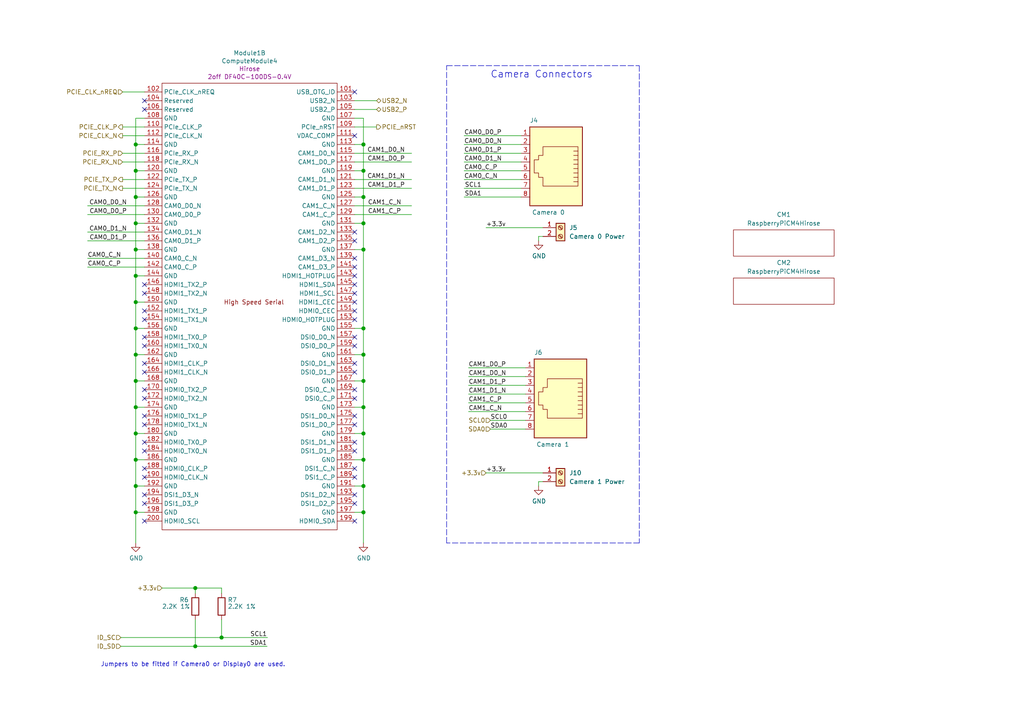
<source format=kicad_sch>
(kicad_sch (version 20210615) (generator eeschema)
  (paper "A4")
  (title_block (title "AP3000v3") (date "2020-10-27") (rev "1") (company "(c) ISis ImageStream Internet Solutions 2020") (comment 1 "www.imagestream.com"))
  (lib_symbols
    (symbol "AP3000:ComputeModule4-CM4"
      (property "Reference" "Module" (at 113.03 -68.58 0))
      (property "Value" "ComputeModule4-CM4" (at 140.97 2.54 0))
      (property "Field4" "Hirose" (at 0 0 0))
      (property "Field5" "2x DF40C-100DS-0.4V" (at 0 -2.54 0))
      (symbol "ComputeModule4-CM4_1_0"
        (text "GPIO" (at 0 6.35 0) (effects (font (size 1.27 1.27))))
      )
      (symbol "ComputeModule4-CM4_1_1"
        (text "600mA Max" (at -8.89 -53.34 0) (effects (font (size 1.27 1.27))))
        (text "600mA Max" (at -8.89 -48.26 0) (effects (font (size 1.27 1.27))))
        (text "NB SD signals are only available" (at -1.27 -27.94 0) (effects (font (size 1.27 1.27))))
        (text "on modules without eMMC" (at -1.27 -30.48 0) (effects (font (size 1.27 1.27))))
        (rectangle (start -30.48 -71.12) (end 25.4 58.42))
        (pin power_in line (at 27.94 55.88 180) (length 2.54) (name "GND") (number "1"))
        (pin passive line (at -33.02 45.72 0) (length 2.54) (name "Ethernet_Pair0_N") (number "10"))
        (pin output line (at -33.02 -68.58 0) (length 2.54) (name "nEXTRST") (number "100"))
        (pin passive line (at 27.94 43.18 180) (length 2.54) (name "Ethernet_Pair2_P") (number "11"))
        (pin passive line (at -33.02 43.18 0) (length 2.54) (name "Ethernet_Pair0_P") (number "12"))
        (pin power_in line (at 27.94 40.64 180) (length 2.54) (name "GND") (number "13"))
        (pin power_in line (at -33.02 40.64 0) (length 2.54) (name "GND") (number "14"))
        (pin output line (at 27.94 38.1 180) (length 2.54) (name "Ethernet_nLED3(3.3v)") (number "15"))
        (pin input line (at -33.02 38.1 0) (length 2.54) (name "Ethernet_SYNC_IN(1.8v)") (number "16"))
        (pin output line (at 27.94 35.56 180) (length 2.54) (name "Ethernet_nLED2(3.3v)") (number "17"))
        (pin input line (at -33.02 35.56 0) (length 2.54) (name "Ethernet_SYNC_OUT(1.8v)") (number "18"))
        (pin output line (at 27.94 33.02 180) (length 2.54) (name "Ethernet_nLED1(3.3v)") (number "19"))
        (pin power_in line (at -33.02 55.88 0) (length 2.54) (name "GND") (number "2"))
        (pin passive line (at -33.02 33.02 0) (length 2.54) (name "EEPROM_nWP") (number "20"))
        (pin open_collector line (at 27.94 30.48 180) (length 2.54) (name "PI_nLED_Activity") (number "21"))
        (pin power_in line (at -33.02 30.48 0) (length 2.54) (name "GND") (number "22"))
        (pin power_in line (at 27.94 27.94 180) (length 2.54) (name "GND") (number "23"))
        (pin passive line (at -33.02 27.94 0) (length 2.54) (name "GPIO26") (number "24"))
        (pin passive line (at 27.94 25.4 180) (length 2.54) (name "GPIO21") (number "25"))
        (pin passive line (at -33.02 25.4 0) (length 2.54) (name "GPIO19") (number "26"))
        (pin passive line (at 27.94 22.86 180) (length 2.54) (name "GPIO20") (number "27"))
        (pin passive line (at -33.02 22.86 0) (length 2.54) (name "GPIO13") (number "28"))
        (pin passive line (at 27.94 20.32 180) (length 2.54) (name "GPIO16") (number "29"))
        (pin passive line (at 27.94 53.34 180) (length 2.54) (name "Ethernet_Pair3_P") (number "3"))
        (pin passive line (at -33.02 20.32 0) (length 2.54) (name "GPIO6") (number "30"))
        (pin passive line (at 27.94 17.78 180) (length 2.54) (name "GPIO12") (number "31"))
        (pin power_in line (at -33.02 17.78 0) (length 2.54) (name "GND") (number "32"))
        (pin power_in line (at 27.94 15.24 180) (length 2.54) (name "GND") (number "33"))
        (pin passive line (at -33.02 15.24 0) (length 2.54) (name "GPIO5") (number "34"))
        (pin passive line (at 27.94 12.7 180) (length 2.54) (name "ID_SC") (number "35"))
        (pin passive line (at -33.02 12.7 0) (length 2.54) (name "ID_SD") (number "36"))
        (pin passive line (at 27.94 10.16 180) (length 2.54) (name "GPIO7") (number "37"))
        (pin passive line (at -33.02 10.16 0) (length 2.54) (name "GPIO11") (number "38"))
        (pin passive line (at 27.94 7.62 180) (length 2.54) (name "GPIO8") (number "39"))
        (pin passive line (at -33.02 53.34 0) (length 2.54) (name "Ethernet_Pair1_P") (number "4"))
        (pin passive line (at -33.02 7.62 0) (length 2.54) (name "GPIO9") (number "40"))
        (pin passive line (at 27.94 5.08 180) (length 2.54) (name "GPIO25") (number "41"))
        (pin power_in line (at -33.02 5.08 0) (length 2.54) (name "GND") (number "42"))
        (pin power_in line (at 27.94 2.54 180) (length 2.54) (name "GND") (number "43"))
        (pin passive line (at -33.02 2.54 0) (length 2.54) (name "GPIO10") (number "44"))
        (pin passive line (at 27.94 0 180) (length 2.54) (name "GPIO24") (number "45"))
        (pin passive line (at -33.02 0 0) (length 2.54) (name "GPIO22") (number "46"))
        (pin passive line (at 27.94 -2.54 180) (length 2.54) (name "GPIO23") (number "47"))
        (pin passive line (at -33.02 -2.54 0) (length 2.54) (name "GPIO27") (number "48"))
        (pin passive line (at 27.94 -5.08 180) (length 2.54) (name "GPIO18") (number "49"))
        (pin passive line (at 27.94 50.8 180) (length 2.54) (name "Ethernet_Pair3_N") (number "5"))
        (pin passive line (at -33.02 -5.08 0) (length 2.54) (name "GPIO17") (number "50"))
        (pin passive line (at 27.94 -7.62 180) (length 2.54) (name "GPIO15") (number "51"))
        (pin power_in line (at -33.02 -7.62 0) (length 2.54) (name "GND") (number "52"))
        (pin power_in line (at 27.94 -10.16 180) (length 2.54) (name "GND") (number "53"))
        (pin passive line (at -33.02 -10.16 0) (length 2.54) (name "GPIO4") (number "54"))
        (pin passive line (at 27.94 -12.7 180) (length 2.54) (name "GPIO14") (number "55"))
        (pin passive line (at -33.02 -12.7 0) (length 2.54) (name "GPIO3") (number "56"))
        (pin passive line (at 27.94 -15.24 180) (length 2.54) (name "SD_CLK") (number "57"))
        (pin passive line (at -33.02 -15.24 0) (length 2.54) (name "GPIO2") (number "58"))
        (pin power_in line (at 27.94 -17.78 180) (length 2.54) (name "GND") (number "59"))
        (pin passive line (at -33.02 50.8 0) (length 2.54) (name "Ethernet_Pair1_N") (number "6"))
        (pin power_in line (at -33.02 -17.78 0) (length 2.54) (name "GND") (number "60"))
        (pin passive line (at 27.94 -20.32 180) (length 2.54) (name "SD_DAT3") (number "61"))
        (pin passive line (at -33.02 -20.32 0) (length 2.54) (name "SD_CMD") (number "62"))
        (pin passive line (at 27.94 -22.86 180) (length 2.54) (name "SD_DAT0") (number "63"))
        (pin passive line (at -33.02 -22.86 0) (length 2.54) (name "SD_DAT5") (number "64"))
        (pin power_in line (at 27.94 -25.4 180) (length 2.54) (name "GND") (number "65"))
        (pin power_in line (at -33.02 -25.4 0) (length 2.54) (name "GND") (number "66"))
        (pin passive line (at 27.94 -27.94 180) (length 2.54) (name "SD_DAT1") (number "67"))
        (pin passive line (at -33.02 -27.94 0) (length 2.54) (name "SD_DAT4") (number "68"))
        (pin passive line (at 27.94 -30.48 180) (length 2.54) (name "SD_DAT2") (number "69"))
        (pin power_in line (at 27.94 48.26 180) (length 2.54) (name "GND") (number "7"))
        (pin passive line (at -33.02 -30.48 0) (length 2.54) (name "SD_DAT7") (number "70"))
        (pin power_in line (at 27.94 -33.02 180) (length 2.54) (name "GND") (number "71"))
        (pin passive line (at -33.02 -33.02 0) (length 2.54) (name "SD_DAT6") (number "72"))
        (pin input line (at 27.94 -35.56 180) (length 2.54) (name "SD_VDD_Override") (number "73"))
        (pin power_in line (at -33.02 -35.56 0) (length 2.54) (name "GND") (number "74"))
        (pin output line (at 27.94 -38.1 180) (length 2.54) (name "SD_PWR_ON") (number "75"))
        (pin passive line (at -33.02 -38.1 0) (length 2.54) (name "Reserved") (number "76"))
        (pin power_in line (at 27.94 -40.64 180) (length 2.54) (name "+5v_(Input)") (number "77"))
        (pin power_in line (at -33.02 -40.64 0) (length 2.54) (name "GPIO_VREF(1.8v/3.3v_Input)") (number "78"))
        (pin power_in line (at 27.94 -43.18 180) (length 2.54) (name "+5v_(Input)") (number "79"))
        (pin power_in line (at -33.02 48.26 0) (length 2.54) (name "GND") (number "8"))
        (pin passive line (at -33.02 -43.18 0) (length 2.54) (name "SCL0") (number "80"))
        (pin power_in line (at 27.94 -45.72 180) (length 2.54) (name "+5v_(Input)") (number "81"))
        (pin passive line (at -33.02 -45.72 0) (length 2.54) (name "SDA0") (number "82"))
        (pin power_in line (at 27.94 -48.26 180) (length 2.54) (name "+5v_(Input)") (number "83"))
        (pin power_out line (at -33.02 -48.26 0) (length 2.54) (name "+3.3v_(Output)") (number "84"))
        (pin power_in line (at 27.94 -50.8 180) (length 2.54) (name "+5v_(Input)") (number "85"))
        (pin power_out line (at -33.02 -50.8 0) (length 2.54) (name "+3.3v_(Output)") (number "86"))
        (pin power_in line (at 27.94 -53.34 180) (length 2.54) (name "+5v_(Input)") (number "87"))
        (pin power_out line (at -33.02 -53.34 0) (length 2.54) (name "+1.8v_(Output)") (number "88"))
        (pin power_in line (at 27.94 -55.88 180) (length 2.54) (name "WiFi_nDisable") (number "89"))
        (pin passive line (at 27.94 45.72 180) (length 2.54) (name "Ethernet_Pair2_N") (number "9"))
        (pin power_out line (at -33.02 -55.88 0) (length 2.54) (name "+1.8v_(Output)") (number "90"))
        (pin power_in line (at 27.94 -58.42 180) (length 2.54) (name "BT_nDisable") (number "91"))
        (pin passive line (at -33.02 -58.42 0) (length 2.54) (name "RUN_PG") (number "92"))
        (pin input line (at 27.94 -60.96 180) (length 2.54) (name "nRPIBOOT") (number "93"))
        (pin passive line (at -33.02 -60.96 0) (length 2.54) (name "AnalogIP0") (number "94"))
        (pin output line (at 27.94 -63.5 180) (length 2.54) (name "nPI_LED_PWR") (number "95"))
        (pin passive line (at -33.02 -63.5 0) (length 2.54) (name "AnalogIP1") (number "96"))
        (pin passive line (at 27.94 -66.04 180) (length 2.54) (name "Camera_GPIO") (number "97"))
        (pin power_in line (at -33.02 -66.04 0) (length 2.54) (name "GND") (number "98"))
        (pin input line (at 27.94 -68.58 180) (length 2.54) (name "Global_EN") (number "99"))
      )
      (symbol "ComputeModule4-CM4_2_1"
        (text "High Speed Serial" (at 140.97 0 0) (effects (font (size 1.27 1.27))))
        (rectangle (start 114.3 -66.04) (end 165.1 63.5))
        (pin input line (at 170.18 60.96 180) (length 5.08) (name "USB_OTG_ID") (number "101"))
        (pin input line (at 109.22 60.96 0) (length 5.08) (name "PCIe_CLK_nREQ") (number "102"))
        (pin passive line (at 170.18 58.42 180) (length 5.08) (name "USB2_N") (number "103"))
        (pin passive line (at 109.22 58.42 0) (length 5.08) (name "Reserved") (number "104"))
        (pin passive line (at 170.18 55.88 180) (length 5.08) (name "USB2_P") (number "105"))
        (pin passive line (at 109.22 55.88 0) (length 5.08) (name "Reserved") (number "106"))
        (pin power_in line (at 170.18 53.34 180) (length 5.08) (name "GND") (number "107"))
        (pin power_in line (at 109.22 53.34 0) (length 5.08) (name "GND") (number "108"))
        (pin bidirectional line (at 170.18 50.8 180) (length 5.08) (name "PCIe_nRST") (number "109"))
        (pin output line (at 109.22 50.8 0) (length 5.08) (name "PCIe_CLK_P") (number "110"))
        (pin passive line (at 170.18 48.26 180) (length 5.08) (name "VDAC_COMP") (number "111"))
        (pin output line (at 109.22 48.26 0) (length 5.08) (name "PCIe_CLK_N") (number "112"))
        (pin power_in line (at 170.18 45.72 180) (length 5.08) (name "GND") (number "113"))
        (pin power_in line (at 109.22 45.72 0) (length 5.08) (name "GND") (number "114"))
        (pin input line (at 170.18 43.18 180) (length 5.08) (name "CAM1_D0_N") (number "115"))
        (pin input line (at 109.22 43.18 0) (length 5.08) (name "PCIe_RX_P") (number "116"))
        (pin input line (at 170.18 40.64 180) (length 5.08) (name "CAM1_D0_P") (number "117"))
        (pin input line (at 109.22 40.64 0) (length 5.08) (name "PCIe_RX_N") (number "118"))
        (pin power_in line (at 170.18 38.1 180) (length 5.08) (name "GND") (number "119"))
        (pin power_in line (at 109.22 38.1 0) (length 5.08) (name "GND") (number "120"))
        (pin input line (at 170.18 35.56 180) (length 5.08) (name "CAM1_D1_N") (number "121"))
        (pin output line (at 109.22 35.56 0) (length 5.08) (name "PCIe_TX_P") (number "122"))
        (pin input line (at 170.18 33.02 180) (length 5.08) (name "CAM1_D1_P") (number "123"))
        (pin output line (at 109.22 33.02 0) (length 5.08) (name "PCIe_TX_N") (number "124"))
        (pin power_in line (at 170.18 30.48 180) (length 5.08) (name "GND") (number "125"))
        (pin power_in line (at 109.22 30.48 0) (length 5.08) (name "GND") (number "126"))
        (pin input line (at 170.18 27.94 180) (length 5.08) (name "CAM1_C_N") (number "127"))
        (pin input line (at 109.22 27.94 0) (length 5.08) (name "CAM0_D0_N") (number "128"))
        (pin input line (at 170.18 25.4 180) (length 5.08) (name "CAM1_C_P") (number "129"))
        (pin input line (at 109.22 25.4 0) (length 5.08) (name "CAM0_D0_P") (number "130"))
        (pin power_in line (at 170.18 22.86 180) (length 5.08) (name "GND") (number "131"))
        (pin power_in line (at 109.22 22.86 0) (length 5.08) (name "GND") (number "132"))
        (pin input line (at 170.18 20.32 180) (length 5.08) (name "CAM1_D2_N") (number "133"))
        (pin input line (at 109.22 20.32 0) (length 5.08) (name "CAM0_D1_N") (number "134"))
        (pin input line (at 170.18 17.78 180) (length 5.08) (name "CAM1_D2_P") (number "135"))
        (pin input line (at 109.22 17.78 0) (length 5.08) (name "CAM0_D1_P") (number "136"))
        (pin power_in line (at 170.18 15.24 180) (length 5.08) (name "GND") (number "137"))
        (pin power_in line (at 109.22 15.24 0) (length 5.08) (name "GND") (number "138"))
        (pin input line (at 170.18 12.7 180) (length 5.08) (name "CAM1_D3_N") (number "139"))
        (pin input line (at 109.22 12.7 0) (length 5.08) (name "CAM0_C_N") (number "140"))
        (pin input line (at 170.18 10.16 180) (length 5.08) (name "CAM1_D3_P") (number "141"))
        (pin input line (at 109.22 10.16 0) (length 5.08) (name "CAM0_C_P") (number "142"))
        (pin input line (at 170.18 7.62 180) (length 5.08) (name "HDMI1_HOTPLUG") (number "143"))
        (pin power_in line (at 109.22 7.62 0) (length 5.08) (name "GND") (number "144"))
        (pin bidirectional line (at 170.18 5.08 180) (length 5.08) (name "HDMI1_SDA") (number "145"))
        (pin output line (at 109.22 5.08 0) (length 5.08) (name "HDMI1_TX2_P") (number "146"))
        (pin open_collector line (at 170.18 2.54 180) (length 5.08) (name "HDMI1_SCL") (number "147"))
        (pin output line (at 109.22 2.54 0) (length 5.08) (name "HDMI1_TX2_N") (number "148"))
        (pin open_collector line (at 170.18 0 180) (length 5.08) (name "HDMI1_CEC") (number "149"))
        (pin power_in line (at 109.22 0 0) (length 5.08) (name "GND") (number "150"))
        (pin open_collector line (at 170.18 -2.54 180) (length 5.08) (name "HDMI0_CEC") (number "151"))
        (pin output line (at 109.22 -2.54 0) (length 5.08) (name "HDMI1_TX1_P") (number "152"))
        (pin input line (at 170.18 -5.08 180) (length 5.08) (name "HDMI0_HOTPLUG") (number "153"))
        (pin output line (at 109.22 -5.08 0) (length 5.08) (name "HDMI1_TX1_N") (number "154"))
        (pin power_in line (at 170.18 -7.62 180) (length 5.08) (name "GND") (number "155"))
        (pin power_in line (at 109.22 -7.62 0) (length 5.08) (name "GND") (number "156"))
        (pin output line (at 170.18 -10.16 180) (length 5.08) (name "DSI0_D0_N") (number "157"))
        (pin output line (at 109.22 -10.16 0) (length 5.08) (name "HDMI1_TX0_P") (number "158"))
        (pin output line (at 170.18 -12.7 180) (length 5.08) (name "DSI0_D0_P") (number "159"))
        (pin output line (at 109.22 -12.7 0) (length 5.08) (name "HDMI1_TX0_N") (number "160"))
        (pin power_in line (at 170.18 -15.24 180) (length 5.08) (name "GND") (number "161"))
        (pin power_in line (at 109.22 -15.24 0) (length 5.08) (name "GND") (number "162"))
        (pin output line (at 170.18 -17.78 180) (length 5.08) (name "DSI0_D1_N") (number "163"))
        (pin output line (at 109.22 -17.78 0) (length 5.08) (name "HDMI1_CLK_P") (number "164"))
        (pin output line (at 170.18 -20.32 180) (length 5.08) (name "DSI0_D1_P") (number "165"))
        (pin output line (at 109.22 -20.32 0) (length 5.08) (name "HDMI1_CLK_N") (number "166"))
        (pin power_in line (at 170.18 -22.86 180) (length 5.08) (name "GND") (number "167"))
        (pin power_in line (at 109.22 -22.86 0) (length 5.08) (name "GND") (number "168"))
        (pin output line (at 170.18 -25.4 180) (length 5.08) (name "DSI0_C_N") (number "169"))
        (pin output line (at 109.22 -25.4 0) (length 5.08) (name "HDMI0_TX2_P") (number "170"))
        (pin output line (at 170.18 -27.94 180) (length 5.08) (name "DSI0_C_P") (number "171"))
        (pin output line (at 109.22 -27.94 0) (length 5.08) (name "HDMI0_TX2_N") (number "172"))
        (pin power_in line (at 170.18 -30.48 180) (length 5.08) (name "GND") (number "173"))
        (pin power_in line (at 109.22 -30.48 0) (length 5.08) (name "GND") (number "174"))
        (pin output line (at 170.18 -33.02 180) (length 5.08) (name "DSI1_D0_N") (number "175"))
        (pin output line (at 109.22 -33.02 0) (length 5.08) (name "HDMI0_TX1_P") (number "176"))
        (pin output line (at 170.18 -35.56 180) (length 5.08) (name "DSI1_D0_P") (number "177"))
        (pin output line (at 109.22 -35.56 0) (length 5.08) (name "HDMI0_TX1_N") (number "178"))
        (pin power_in line (at 170.18 -38.1 180) (length 5.08) (name "GND") (number "179"))
        (pin power_in line (at 109.22 -38.1 0) (length 5.08) (name "GND") (number "180"))
        (pin output line (at 170.18 -40.64 180) (length 5.08) (name "DSI1_D1_N") (number "181"))
        (pin output line (at 109.22 -40.64 0) (length 5.08) (name "HDMI0_TX0_P") (number "182"))
        (pin output line (at 170.18 -43.18 180) (length 5.08) (name "DSI1_D1_P") (number "183"))
        (pin output line (at 109.22 -43.18 0) (length 5.08) (name "HDMI0_TX0_N") (number "184"))
        (pin power_in line (at 170.18 -45.72 180) (length 5.08) (name "GND") (number "185"))
        (pin power_in line (at 109.22 -45.72 0) (length 5.08) (name "GND") (number "186"))
        (pin output line (at 170.18 -48.26 180) (length 5.08) (name "DSI1_C_N") (number "187"))
        (pin output line (at 109.22 -48.26 0) (length 5.08) (name "HDMI0_CLK_P") (number "188"))
        (pin output line (at 170.18 -50.8 180) (length 5.08) (name "DSI1_C_P") (number "189"))
        (pin output line (at 109.22 -50.8 0) (length 5.08) (name "HDMI0_CLK_N") (number "190"))
        (pin power_in line (at 170.18 -53.34 180) (length 5.08) (name "GND") (number "191"))
        (pin power_in line (at 109.22 -53.34 0) (length 5.08) (name "GND") (number "192"))
        (pin output line (at 170.18 -55.88 180) (length 5.08) (name "DSI1_D2_N") (number "193"))
        (pin output line (at 109.22 -55.88 0) (length 5.08) (name "DSI1_D3_N") (number "194"))
        (pin output line (at 170.18 -58.42 180) (length 5.08) (name "DSI1_D2_P") (number "195"))
        (pin output line (at 109.22 -58.42 0) (length 5.08) (name "DSI1_D3_P") (number "196"))
        (pin power_in line (at 170.18 -60.96 180) (length 5.08) (name "GND") (number "197"))
        (pin power_in line (at 109.22 -60.96 0) (length 5.08) (name "GND") (number "198"))
        (pin bidirectional line (at 170.18 -63.5 180) (length 5.08) (name "HDMI0_SDA") (number "199"))
        (pin open_collector line (at 109.22 -63.5 0) (length 5.08) (name "HDMI0_SCL") (number "200"))
      )
    )
    (symbol "AP3000:RaspberryPiCM4Hirose"
      (property "Reference" "CM" (at 0 0 0))
      (property "Value" "RaspberryPiCM4Hirose" (at 0 0 0))
      (symbol "RaspberryPiCM4Hirose_0_1"
        (rectangle (start -11.43 3.81) (end 17.78 -3.81) (stroke (width 0.1524)))
      )
    )
    (symbol "Connector:RJ45" (pin_names (offset 1.016))
      (property "Reference" "J" (at -5.08 13.97 0))
      (property "Value" "RJ45" (at 2.54 13.97 0))
      (symbol "RJ45_0_1"
        (rectangle (start 7.62 12.7) (end -7.62 -10.16) (stroke (width 0.254)) (fill (type background)))
        (polyline (pts (xy -5.08 4.445) (xy -6.35 4.445)))
        (polyline (pts (xy -5.08 5.715) (xy -6.35 5.715)))
        (polyline (pts (xy -6.35 -3.175) (xy -5.08 -3.175) (xy -5.08 -3.175)))
        (polyline (pts (xy -6.35 -1.905) (xy -5.08 -1.905) (xy -5.08 -1.905)))
        (polyline (pts (xy -6.35 -0.635) (xy -5.08 -0.635) (xy -5.08 -0.635)))
        (polyline (pts (xy -6.35 0.635) (xy -5.08 0.635) (xy -5.08 0.635)))
        (polyline (pts (xy -6.35 1.905) (xy -5.08 1.905) (xy -5.08 1.905)))
        (polyline (pts (xy -5.08 3.175) (xy -6.35 3.175) (xy -6.35 3.175)))
        (polyline (pts (xy -6.35 -4.445) (xy -6.35 6.985) (xy 3.81 6.985) (xy 3.81 4.445) (xy 5.08 4.445) (xy 5.08 3.175) (xy 6.35 3.175) (xy 6.35 -0.635) (xy 5.08 -0.635) (xy 5.08 -1.905) (xy 3.81 -1.905) (xy 3.81 -4.445) (xy -6.35 -4.445) (xy -6.35 -4.445)))
      )
      (symbol "RJ45_1_1"
        (pin passive line (at 10.16 -7.62 180) (length 2.54) (name "~") (number "1"))
        (pin passive line (at 10.16 -5.08 180) (length 2.54) (name "~") (number "2"))
        (pin passive line (at 10.16 -2.54 180) (length 2.54) (name "~") (number "3"))
        (pin passive line (at 10.16 0 180) (length 2.54) (name "~") (number "4"))
        (pin passive line (at 10.16 2.54 180) (length 2.54) (name "~") (number "5"))
        (pin passive line (at 10.16 5.08 180) (length 2.54) (name "~") (number "6"))
        (pin passive line (at 10.16 7.62 180) (length 2.54) (name "~") (number "7"))
        (pin passive line (at 10.16 10.16 180) (length 2.54) (name "~") (number "8"))
      )
    )
    (symbol "Connector:Screw_Terminal_01x02" (pin_names (offset 1.016) hide)
      (property "Reference" "J" (at 0 2.54 0))
      (property "Value" "Screw_Terminal_01x02" (at 0 -5.08 0))
      (symbol "Screw_Terminal_01x02_1_1"
        (circle (center 0 -2.54) (radius 0.635) (stroke (width 0.1524)))
        (circle (center 0 0) (radius 0.635) (stroke (width 0.1524)))
        (rectangle (start -1.27 1.27) (end 1.27 -3.81) (stroke (width 0.254)) (fill (type background)))
        (polyline (pts (xy -0.5334 -2.2098) (xy 0.3302 -3.048)) (stroke (width 0.1524)))
        (polyline (pts (xy -0.5334 0.3302) (xy 0.3302 -0.508)) (stroke (width 0.1524)))
        (polyline (pts (xy -0.3556 -2.032) (xy 0.508 -2.8702)) (stroke (width 0.1524)))
        (polyline (pts (xy -0.3556 0.508) (xy 0.508 -0.3302)) (stroke (width 0.1524)))
        (pin passive line (at -5.08 0 0) (length 3.81) (name "Pin_1") (number "1"))
        (pin passive line (at -5.08 -2.54 0) (length 3.81) (name "Pin_2") (number "2"))
      )
    )
    (symbol "Device:R" (pin_numbers hide) (pin_names (offset 0))
      (property "Reference" "R" (at 2.032 0 90))
      (property "Value" "R" (at 0 0 90))
      (symbol "R_0_1"
        (rectangle (start -1.016 -2.54) (end 1.016 2.54) (stroke (width 0.254)))
      )
      (symbol "R_1_1"
        (pin passive line (at 0 3.81 270) (length 1.27) (name "~") (number "1"))
        (pin passive line (at 0 -3.81 90) (length 1.27) (name "~") (number "2"))
      )
    )
    (symbol "power:GND" (power) (pin_names (offset 0))
      (property "Value" "GND" (at 0 -3.81 0))
      (symbol "GND_0_1"
        (polyline (pts (xy 0 0) (xy 0 -1.27) (xy 1.27 -1.27) (xy 0 -2.54) (xy -1.27 -1.27) (xy 0 -1.27)))
      )
      (symbol "GND_1_1"
        (pin power_in line (at 0 0 270) (length 0) hide (name "GND") (number "1"))
      )
    )
  )
  (junction (at 39.37 41.91) (diameter 1.016))
  (junction (at 39.37 49.53) (diameter 1.016))
  (junction (at 39.37 57.15) (diameter 1.016))
  (junction (at 39.37 64.77) (diameter 1.016))
  (junction (at 39.37 72.39) (diameter 1.016))
  (junction (at 39.37 80.01) (diameter 1.016))
  (junction (at 39.37 87.63) (diameter 1.016))
  (junction (at 39.37 95.25) (diameter 1.016))
  (junction (at 39.37 102.87) (diameter 1.016))
  (junction (at 39.37 110.49) (diameter 1.016))
  (junction (at 39.37 118.11) (diameter 1.016))
  (junction (at 39.37 125.73) (diameter 1.016))
  (junction (at 39.37 133.35) (diameter 1.016))
  (junction (at 39.37 140.97) (diameter 1.016))
  (junction (at 39.37 148.59) (diameter 1.016))
  (junction (at 56.642 170.561) (diameter 1.016))
  (junction (at 56.642 187.452) (diameter 1.016))
  (junction (at 64.262 184.912) (diameter 1.016))
  (junction (at 105.41 41.91) (diameter 1.016))
  (junction (at 105.41 49.53) (diameter 1.016))
  (junction (at 105.41 57.15) (diameter 1.016))
  (junction (at 105.41 64.77) (diameter 1.016))
  (junction (at 105.41 72.39) (diameter 1.016))
  (junction (at 105.41 95.25) (diameter 1.016))
  (junction (at 105.41 102.87) (diameter 1.016))
  (junction (at 105.41 110.49) (diameter 1.016))
  (junction (at 105.41 118.11) (diameter 1.016))
  (junction (at 105.41 125.73) (diameter 1.016))
  (junction (at 105.41 133.35) (diameter 1.016))
  (junction (at 105.41 140.97) (diameter 1.016))
  (junction (at 105.41 148.59) (diameter 1.016))
  (no_connect (at 41.91 29.21))
  (no_connect (at 41.91 31.75))
  (no_connect (at 41.91 82.55))
  (no_connect (at 41.91 85.09))
  (no_connect (at 41.91 90.17))
  (no_connect (at 41.91 92.71))
  (no_connect (at 41.91 97.79))
  (no_connect (at 41.91 100.33))
  (no_connect (at 41.91 105.41))
  (no_connect (at 41.91 107.95))
  (no_connect (at 41.91 113.03))
  (no_connect (at 41.91 115.57))
  (no_connect (at 41.91 120.65))
  (no_connect (at 41.91 123.19))
  (no_connect (at 41.91 128.27))
  (no_connect (at 41.91 130.81))
  (no_connect (at 41.91 135.89))
  (no_connect (at 41.91 138.43))
  (no_connect (at 41.91 143.51))
  (no_connect (at 41.91 146.05))
  (no_connect (at 41.91 151.13))
  (no_connect (at 102.87 26.67))
  (no_connect (at 102.87 39.37))
  (no_connect (at 102.87 67.31))
  (no_connect (at 102.87 69.85))
  (no_connect (at 102.87 74.93))
  (no_connect (at 102.87 77.47))
  (no_connect (at 102.87 80.01))
  (no_connect (at 102.87 82.55))
  (no_connect (at 102.87 85.09))
  (no_connect (at 102.87 87.63))
  (no_connect (at 102.87 90.17))
  (no_connect (at 102.87 92.71))
  (no_connect (at 102.87 97.79))
  (no_connect (at 102.87 100.33))
  (no_connect (at 102.87 105.41))
  (no_connect (at 102.87 107.95))
  (no_connect (at 102.87 113.03))
  (no_connect (at 102.87 115.57))
  (no_connect (at 102.87 120.65))
  (no_connect (at 102.87 123.19))
  (no_connect (at 102.87 128.27))
  (no_connect (at 102.87 130.81))
  (no_connect (at 102.87 135.89))
  (no_connect (at 102.87 138.43))
  (no_connect (at 102.87 143.51))
  (no_connect (at 102.87 146.05))
  (no_connect (at 102.87 151.13))
  (wire (pts (xy 25.4 74.93) (xy 41.91 74.93)))
  (wire (pts (xy 25.4 77.47) (xy 41.91 77.47)))
  (wire (pts (xy 35.052 184.912) (xy 64.262 184.912)))
  (wire (pts (xy 35.052 187.452) (xy 56.642 187.452)))
  (wire (pts (xy 35.56 26.67) (xy 41.91 26.67)))
  (wire (pts (xy 35.56 36.83) (xy 41.91 36.83)))
  (wire (pts (xy 35.56 39.37) (xy 41.91 39.37)))
  (wire (pts (xy 35.56 52.07) (xy 41.91 52.07)))
  (wire (pts (xy 35.56 54.61) (xy 41.91 54.61)))
  (wire (pts (xy 39.37 34.29) (xy 39.37 41.91)))
  (wire (pts (xy 39.37 41.91) (xy 39.37 49.53)))
  (wire (pts (xy 39.37 41.91) (xy 41.91 41.91)))
  (wire (pts (xy 39.37 49.53) (xy 39.37 57.15)))
  (wire (pts (xy 39.37 49.53) (xy 41.91 49.53)))
  (wire (pts (xy 39.37 57.15) (xy 39.37 64.77)))
  (wire (pts (xy 39.37 57.15) (xy 41.91 57.15)))
  (wire (pts (xy 39.37 64.77) (xy 39.37 72.39)))
  (wire (pts (xy 39.37 64.77) (xy 41.91 64.77)))
  (wire (pts (xy 39.37 72.39) (xy 39.37 80.01)))
  (wire (pts (xy 39.37 72.39) (xy 41.91 72.39)))
  (wire (pts (xy 39.37 80.01) (xy 39.37 87.63)))
  (wire (pts (xy 39.37 80.01) (xy 41.91 80.01)))
  (wire (pts (xy 39.37 87.63) (xy 39.37 95.25)))
  (wire (pts (xy 39.37 87.63) (xy 41.91 87.63)))
  (wire (pts (xy 39.37 95.25) (xy 39.37 102.87)))
  (wire (pts (xy 39.37 95.25) (xy 41.91 95.25)))
  (wire (pts (xy 39.37 102.87) (xy 39.37 110.49)))
  (wire (pts (xy 39.37 102.87) (xy 41.91 102.87)))
  (wire (pts (xy 39.37 110.49) (xy 39.37 118.11)))
  (wire (pts (xy 39.37 110.49) (xy 41.91 110.49)))
  (wire (pts (xy 39.37 118.11) (xy 39.37 125.73)))
  (wire (pts (xy 39.37 118.11) (xy 41.91 118.11)))
  (wire (pts (xy 39.37 125.73) (xy 39.37 133.35)))
  (wire (pts (xy 39.37 125.73) (xy 41.91 125.73)))
  (wire (pts (xy 39.37 133.35) (xy 39.37 140.97)))
  (wire (pts (xy 39.37 133.35) (xy 41.91 133.35)))
  (wire (pts (xy 39.37 140.97) (xy 39.37 148.59)))
  (wire (pts (xy 39.37 148.59) (xy 39.37 157.48)))
  (wire (pts (xy 41.91 34.29) (xy 39.37 34.29)))
  (wire (pts (xy 41.91 44.45) (xy 35.56 44.45)))
  (wire (pts (xy 41.91 46.99) (xy 35.56 46.99)))
  (wire (pts (xy 41.91 59.69) (xy 25.4 59.69)))
  (wire (pts (xy 41.91 62.23) (xy 25.4 62.23)))
  (wire (pts (xy 41.91 67.31) (xy 25.4 67.31)))
  (wire (pts (xy 41.91 69.85) (xy 25.4 69.85)))
  (wire (pts (xy 41.91 140.97) (xy 39.37 140.97)))
  (wire (pts (xy 41.91 148.59) (xy 39.37 148.59)))
  (wire (pts (xy 46.99 170.561) (xy 56.642 170.561)))
  (wire (pts (xy 56.642 170.561) (xy 56.642 172.085)))
  (wire (pts (xy 56.642 170.561) (xy 64.262 170.561)))
  (wire (pts (xy 56.642 179.705) (xy 56.642 187.452)))
  (wire (pts (xy 56.642 187.452) (xy 77.47 187.452)))
  (wire (pts (xy 64.262 170.561) (xy 64.262 172.085)))
  (wire (pts (xy 64.262 179.705) (xy 64.262 184.912)))
  (wire (pts (xy 64.262 184.912) (xy 77.597 184.912)))
  (wire (pts (xy 102.87 29.21) (xy 109.22 29.21)))
  (wire (pts (xy 102.87 31.75) (xy 109.22 31.75)))
  (wire (pts (xy 102.87 36.83) (xy 109.22 36.83)))
  (wire (pts (xy 102.87 41.91) (xy 105.41 41.91)))
  (wire (pts (xy 102.87 49.53) (xy 105.41 49.53)))
  (wire (pts (xy 102.87 57.15) (xy 105.41 57.15)))
  (wire (pts (xy 102.87 59.69) (xy 119.38 59.69)))
  (wire (pts (xy 102.87 62.23) (xy 119.38 62.23)))
  (wire (pts (xy 102.87 64.77) (xy 105.41 64.77)))
  (wire (pts (xy 102.87 72.39) (xy 105.41 72.39)))
  (wire (pts (xy 102.87 95.25) (xy 105.41 95.25)))
  (wire (pts (xy 102.87 102.87) (xy 105.41 102.87)))
  (wire (pts (xy 102.87 110.49) (xy 105.41 110.49)))
  (wire (pts (xy 102.87 118.11) (xy 105.41 118.11)))
  (wire (pts (xy 102.87 125.73) (xy 105.41 125.73)))
  (wire (pts (xy 102.87 133.35) (xy 105.41 133.35)))
  (wire (pts (xy 102.87 140.97) (xy 105.41 140.97)))
  (wire (pts (xy 102.87 148.59) (xy 105.41 148.59)))
  (wire (pts (xy 105.41 34.29) (xy 102.87 34.29)))
  (wire (pts (xy 105.41 41.91) (xy 105.41 34.29)))
  (wire (pts (xy 105.41 49.53) (xy 105.41 41.91)))
  (wire (pts (xy 105.41 57.15) (xy 105.41 49.53)))
  (wire (pts (xy 105.41 64.77) (xy 105.41 57.15)))
  (wire (pts (xy 105.41 72.39) (xy 105.41 64.77)))
  (wire (pts (xy 105.41 72.39) (xy 105.41 95.25)))
  (wire (pts (xy 105.41 95.25) (xy 105.41 102.87)))
  (wire (pts (xy 105.41 102.87) (xy 105.41 110.49)))
  (wire (pts (xy 105.41 110.49) (xy 105.41 118.11)))
  (wire (pts (xy 105.41 118.11) (xy 105.41 125.73)))
  (wire (pts (xy 105.41 125.73) (xy 105.41 133.35)))
  (wire (pts (xy 105.41 133.35) (xy 105.41 140.97)))
  (wire (pts (xy 105.41 140.97) (xy 105.41 148.59)))
  (wire (pts (xy 105.41 148.59) (xy 105.41 157.48)))
  (wire (pts (xy 119.38 44.45) (xy 102.87 44.45)))
  (wire (pts (xy 119.38 46.99) (xy 102.87 46.99)))
  (wire (pts (xy 119.38 52.07) (xy 102.87 52.07)))
  (wire (pts (xy 119.38 54.61) (xy 102.87 54.61)))
  (wire (pts (xy 134.62 39.37) (xy 151.13 39.37)))
  (wire (pts (xy 134.62 41.91) (xy 151.13 41.91)))
  (wire (pts (xy 134.62 44.45) (xy 151.13 44.45)))
  (wire (pts (xy 134.62 46.99) (xy 151.13 46.99)))
  (wire (pts (xy 134.62 49.53) (xy 151.13 49.53)))
  (wire (pts (xy 134.62 52.07) (xy 151.13 52.07)))
  (wire (pts (xy 135.89 106.68) (xy 152.4 106.68)))
  (wire (pts (xy 135.89 109.22) (xy 152.4 109.22)))
  (wire (pts (xy 135.89 111.76) (xy 152.4 111.76)))
  (wire (pts (xy 135.89 114.3) (xy 152.4 114.3)))
  (wire (pts (xy 135.89 116.84) (xy 152.4 116.84)))
  (wire (pts (xy 135.89 119.38) (xy 152.4 119.38)))
  (wire (pts (xy 151.13 54.61) (xy 134.62 54.61)))
  (wire (pts (xy 151.13 57.15) (xy 134.62 57.15)))
  (wire (pts (xy 152.4 121.92) (xy 142.24 121.92)))
  (wire (pts (xy 152.4 124.46) (xy 142.24 124.46)))
  (wire (pts (xy 156.21 68.58) (xy 157.48 68.58)))
  (wire (pts (xy 156.21 69.85) (xy 156.21 68.58)))
  (wire (pts (xy 156.21 139.7) (xy 157.48 139.7)))
  (wire (pts (xy 156.21 140.97) (xy 156.21 139.7)))
  (wire (pts (xy 157.48 66.04) (xy 140.97 66.04)))
  (wire (pts (xy 157.48 137.16) (xy 140.97 137.16)))
  (polyline (pts (xy 129.54 19.05) (xy 185.42 19.05)) (stroke (width 0) (type dash)))
  (polyline (pts (xy 129.54 157.48) (xy 129.54 19.05)) (stroke (width 0) (type dash)))
  (polyline (pts (xy 185.42 19.05) (xy 185.42 157.48)) (stroke (width 0) (type dash)))
  (polyline (pts (xy 185.42 157.48) (xy 129.54 157.48)) (stroke (width 0) (type dash)))
  (text "Jumpers to be fitted if Camera0 or Display0 are used.\n" (at 82.804 193.548 0) (effects (font (size 1.27 1.27)) (justify right bottom)))
  (text "Camera Connectors" (at 142.24 22.86 0) (effects (font (size 2.0066 2.0066)) (justify left bottom)))
  (label "CAM0_C_N" (at 25.4 74.93 0))
  (label "CAM0_C_P" (at 25.4 77.47 0))
  (label "CAM0_D0_N" (at 36.83 59.69 180))
  (label "CAM0_D0_P" (at 36.83 62.23 180))
  (label "CAM0_D1_N" (at 36.83 67.31 180))
  (label "CAM0_D1_P" (at 36.83 69.85 180))
  (label "SCL1" (at 77.47 184.912 180))
  (label "SDA1" (at 77.47 187.452 180))
  (label "CAM1_C_N" (at 106.68 59.69 0))
  (label "CAM1_C_P" (at 106.68 62.23 0))
  (label "CAM1_D0_N" (at 117.475 44.45 180))
  (label "CAM1_D0_P" (at 117.475 46.99 180))
  (label "CAM1_D1_N" (at 117.475 52.07 180))
  (label "CAM1_D1_P" (at 117.475 54.61 180))
  (label "CAM0_D0_P" (at 134.62 39.37 0))
  (label "CAM0_D0_N" (at 134.62 41.91 0))
  (label "CAM0_D1_P" (at 134.62 44.45 0))
  (label "CAM0_D1_N" (at 134.62 46.99 0))
  (label "CAM0_C_P" (at 134.62 49.53 0))
  (label "CAM0_C_N" (at 134.62 52.07 0))
  (label "CAM1_D0_P" (at 135.89 106.68 0))
  (label "CAM1_D0_N" (at 135.89 109.22 0))
  (label "CAM1_D1_P" (at 135.89 111.76 0))
  (label "CAM1_D1_N" (at 135.89 114.3 0))
  (label "CAM1_C_P" (at 135.89 116.84 0))
  (label "CAM1_C_N" (at 135.89 119.38 0))
  (label "SCL1" (at 139.7 54.61 180))
  (label "SDA1" (at 139.7 57.15 180))
  (label "+3.3v" (at 140.97 66.04 0))
  (label "+3.3v" (at 140.97 137.16 0))
  (label "SCL0" (at 142.24 121.92 0))
  (label "SDA0" (at 142.24 124.46 0))
  (hierarchical_label "ID_SC" (shape input) (at 35.052 184.912 180))
  (hierarchical_label "ID_SD" (shape input) (at 35.052 187.452 180))
  (hierarchical_label "PCIE_CLK_nREQ" (shape input) (at 35.56 26.67 180))
  (hierarchical_label "PCIE_CLK_P" (shape output) (at 35.56 36.83 180))
  (hierarchical_label "PCIE_CLK_N" (shape output) (at 35.56 39.37 180))
  (hierarchical_label "PCIE_RX_P" (shape input) (at 35.56 44.45 180))
  (hierarchical_label "PCIE_RX_N" (shape input) (at 35.56 46.99 180))
  (hierarchical_label "PCIE_TX_P" (shape output) (at 35.56 52.07 180))
  (hierarchical_label "PCIE_TX_N" (shape output) (at 35.56 54.61 180))
  (hierarchical_label "+3.3v" (shape input) (at 46.99 170.561 180))
  (hierarchical_label "USB2_N" (shape bidirectional) (at 109.22 29.21 0))
  (hierarchical_label "USB2_P" (shape bidirectional) (at 109.22 31.75 0))
  (hierarchical_label "PCIE_nRST" (shape output) (at 109.22 36.83 0))
  (hierarchical_label "+3.3v" (shape input) (at 140.97 137.16 180))
  (hierarchical_label "SCL0" (shape input) (at 142.24 121.92 180))
  (hierarchical_label "SDA0" (shape input) (at 142.24 124.46 180))
  (symbol (lib_id "power:GND") (at 39.37 157.48 0) (unit 1)
    (property "Reference" "#PWR0131" (effects hide))
    (property "Value" "GND" (at 39.497 161.8742 0))
  )
  (symbol (lib_id "power:GND") (at 105.41 157.48 0) (unit 1)
    (property "Reference" "#PWR0130" (effects hide))
    (property "Value" "GND" (at 105.537 161.8742 0))
  )
  (symbol (lib_id "power:GND") (at 156.21 69.85 0) (unit 1)
    (property "Reference" "#PWR0127" (effects hide))
    (property "Value" "GND" (at 156.337 74.2442 0))
  )
  (symbol (lib_id "power:GND") (at 156.21 140.97 0) (unit 1)
    (property "Reference" "#PWR0132" (effects hide))
    (property "Value" "GND" (at 156.337 145.3642 0))
  )
  (symbol (lib_id "Device:R") (at 56.642 175.895 0) (unit 1)
    (property "Reference" "R6" (at 52.07 173.99 0) (effects (justify left)))
    (property "Value" "2.2K 1%" (at 46.99 175.895 0) (effects (justify left)))
    (property "Footprint" "Resistor_SMD:R_0603_1608Metric" (effects hide))
    (property "Datasheet" "https://fscdn.rohm.com/en/products/databook/datasheet/passive/resistor/chip_resistor/mcr-e.pdf" (effects hide))
    (property "Field4" "Farnell" (effects hide))
    (property "Field5" "9239278" (effects hide))
    (property "Field7" "KOA EUROPE GMBH" (effects hide))
    (property "Field6" "RK73G1ETQTP2201D         " (effects hide))
    (property "Part Description" "Resistor 2.2K M1005 1% 63mW" (effects hide))
    (property "Field8" "120889581" (effects hide))
    (property "PartsBoxID" "0603-2.2K-1%" (effects hide))
    (property "LCSC" "C4190" (effects hide))
  )
  (symbol (lib_id "Device:R") (at 64.262 175.895 0) (unit 1)
    (property "Reference" "R7" (at 66.04 173.99 0) (effects (justify left)))
    (property "Value" "2.2K 1%" (at 66.04 175.895 0) (effects (justify left)))
    (property "Footprint" "Resistor_SMD:R_0603_1608Metric" (effects hide))
    (property "Datasheet" "https://fscdn.rohm.com/en/products/databook/datasheet/passive/resistor/chip_resistor/mcr-e.pdf" (effects hide))
    (property "Field4" "Farnell" (effects hide))
    (property "Field5" "9239278" (effects hide))
    (property "Field7" "KOA EUROPE GMBH" (effects hide))
    (property "Field6" "RK73G1ETQTP2201D         " (effects hide))
    (property "Part Description" "Resistor 2.2K M1005 1% 63mW" (effects hide))
    (property "Field8" "120889581" (effects hide))
    (property "PartsBoxID" "0603-2.2K-1%" (effects hide))
    (property "LCSC" "C4190" (effects hide))
  )
  (symbol (lib_id "Connector:Screw_Terminal_01x02") (at 162.56 66.04 0) (unit 1)
    (property "Reference" "J5" (at 165.1 66.04 0) (effects (justify left)))
    (property "Value" "Camera 0 Power" (at 165.1 68.58 0) (effects (justify left)))
    (property "Footprint" "Connectors:SCREWTERMINAL-5MM-2" (effects hide))
    (property "PartsBoxID" "C8269" (effects hide))
  )
  (symbol (lib_id "Connector:Screw_Terminal_01x02") (at 162.56 137.16 0) (unit 1)
    (property "Reference" "J10" (at 165.1 137.16 0) (effects (justify left)))
    (property "Value" "Camera 1 Power" (at 165.1 139.7 0) (effects (justify left)))
    (property "Footprint" "Connectors:SCREWTERMINAL-5MM-2" (effects hide))
    (property "PartsBoxID" "C8269" (effects hide))
  )
  (symbol (lib_id "AP3000:RaspberryPiCM4Hirose") (at 224.155 70.485 0) (unit 1)
    (property "Reference" "CM1" (at 227.33 62.23 0))
    (property "Value" "RaspberryPiCM4Hirose" (at 227.33 64.77 0))
    (property "Footprint" "AP3000:Hirose-DF40C-100DS-0.4V" (effects hide))
    (property "LCSC" "C424649" (effects hide))
  )
  (symbol (lib_id "AP3000:RaspberryPiCM4Hirose") (at 224.155 84.455 0) (unit 1)
    (property "Reference" "CM2" (at 227.33 76.2 0))
    (property "Value" "RaspberryPiCM4Hirose" (at 227.33 78.74 0))
    (property "Footprint" "AP3000:Hirose-DF40C-100DS-0.4V" (effects hide))
    (property "LCSC" "C424649" (effects hide))
  )
  (symbol (lib_id "Connector:RJ45") (at 161.29 46.99 180) (unit 1)
    (property "Reference" "J4" (at 153.67 34.925 0) (effects (justify right)))
    (property "Value" "Camera 0" (at 154.305 61.595 0) (effects (justify right)))
    (property "Footprint" "Connector_RJ:RJ45_Amphenol_54602-x08_Horizontal" (effects hide))
    (property "PartsBoxID" "54602-908LF" (effects hide))
  )
  (symbol (lib_id "Connector:RJ45") (at 162.56 114.3 180) (unit 1)
    (property "Reference" "J6" (at 154.94 102.235 0) (effects (justify right)))
    (property "Value" "Camera 1" (at 155.575 128.905 0) (effects (justify right)))
    (property "Footprint" "Connector_RJ:RJ45_Amphenol_54602-x08_Horizontal" (effects hide))
    (property "PartsBoxID" "54602-908LF" (effects hide))
  )
  (symbol (lib_id "AP3000:ComputeModule4-CM4") (at -67.31 87.63 0) (unit 2) (in_bom no)
    (property "Reference" "Module1" (at 72.39 15.367 0))
    (property "Value" "ComputeModule4" (at 72.39 17.6784 0))
    (property "Footprint" "AP3000:Raspberry-Pi-4-Compute-Module" (effects hide))
    (property "Field4" "Hirose" (at 72.39 19.9644 0))
    (property "Field5" "2off DF40C-100DS-0.4V" (at 72.39 22.2758 0))
    (property "Field6" "2off DF40C-100DS-0.4V" (effects hide))
    (property "Field7" "Hirose" (effects hide))
    (property "Part Description" "100 Position Connector Receptacle, Center Strip Contacts Surface Mount Gold" (effects hide))
    (property "PartsBoxID" "DF40C-100DS-0.4V(51)" (effects hide))
  )
)
</source>
